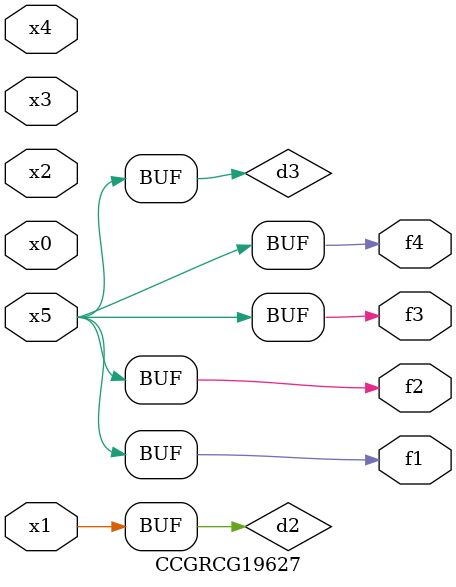
<source format=v>
module CCGRCG19627(
	input x0, x1, x2, x3, x4, x5,
	output f1, f2, f3, f4
);

	wire d1, d2, d3;

	not (d1, x5);
	or (d2, x1);
	xnor (d3, d1);
	assign f1 = d3;
	assign f2 = d3;
	assign f3 = d3;
	assign f4 = d3;
endmodule

</source>
